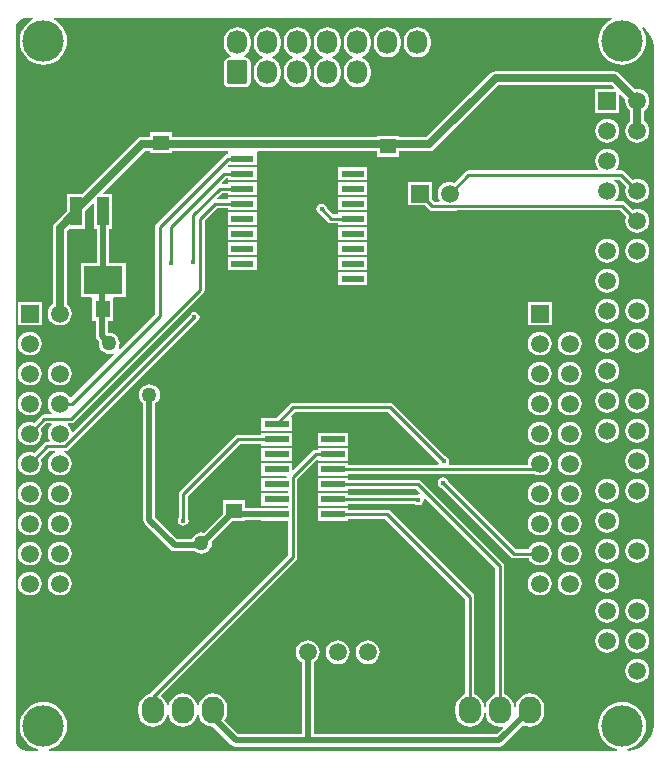
<source format=gtl>
G04*
G04 #@! TF.GenerationSoftware,Altium Limited,Altium Designer,18.1.5 (160)*
G04*
G04 Layer_Physical_Order=1*
G04 Layer_Color=255*
%FSTAX24Y24*%
%MOIN*%
G70*
G01*
G75*
%ADD18C,0.0100*%
%ADD19R,0.0550X0.0500*%
%ADD20R,0.0500X0.0550*%
%ADD21R,0.0394X0.0945*%
%ADD22R,0.1299X0.0945*%
%ADD23R,0.0810X0.0240*%
%ADD24R,0.0780X0.0220*%
%ADD41C,0.0200*%
%ADD42C,0.0250*%
%ADD43O,0.0680X0.0800*%
G04:AMPARAMS|DCode=44|XSize=80mil|YSize=68mil|CornerRadius=8.5mil|HoleSize=0mil|Usage=FLASHONLY|Rotation=90.000|XOffset=0mil|YOffset=0mil|HoleType=Round|Shape=RoundedRectangle|*
%AMROUNDEDRECTD44*
21,1,0.0800,0.0510,0,0,90.0*
21,1,0.0630,0.0680,0,0,90.0*
1,1,0.0170,0.0255,0.0315*
1,1,0.0170,0.0255,-0.0315*
1,1,0.0170,-0.0255,-0.0315*
1,1,0.0170,-0.0255,0.0315*
%
%ADD44ROUNDEDRECTD44*%
%ADD45O,0.0750X0.0900*%
%ADD46R,0.0750X0.0900*%
%ADD47C,0.0591*%
%ADD48R,0.0591X0.0591*%
%ADD49R,0.0591X0.0591*%
%ADD50C,0.1380*%
%ADD51C,0.0500*%
%ADD52C,0.0150*%
G36*
X005091Y044322D02*
X005304D01*
X005316Y044272D01*
X005209Y044215D01*
X005089Y044116D01*
X00499Y043996D01*
X004917Y043858D01*
X004871Y04371D01*
X004856Y043555D01*
X004871Y0434D01*
X004917Y043251D01*
X00499Y043114D01*
X005089Y042993D01*
X005209Y042895D01*
X005346Y042821D01*
X005495Y042776D01*
X00565Y042761D01*
X005805Y042776D01*
X005954Y042821D01*
X006091Y042895D01*
X006211Y042993D01*
X00631Y043114D01*
X006383Y043251D01*
X006429Y0434D01*
X006444Y043555D01*
X006429Y04371D01*
X006383Y043858D01*
X00631Y043996D01*
X006211Y044116D01*
X006091Y044215D01*
X005984Y044272D01*
X005997Y044322D01*
X024595D01*
X024607Y044272D01*
X0245Y044215D01*
X02438Y044116D01*
X024281Y043996D01*
X024208Y043858D01*
X024163Y04371D01*
X024148Y043555D01*
X024163Y0434D01*
X024208Y043251D01*
X024281Y043114D01*
X02438Y042993D01*
X0245Y042895D01*
X024638Y042821D01*
X024786Y042776D01*
X024941Y042761D01*
X025096Y042776D01*
X025245Y042821D01*
X025382Y042895D01*
X025503Y042993D01*
X025601Y043114D01*
X025675Y043251D01*
X02572Y0434D01*
X025735Y043555D01*
X02572Y04371D01*
X025675Y043858D01*
X025606Y043988D01*
X025646Y044018D01*
X025697Y043967D01*
X025697Y043967D01*
X025729Y043931D01*
X025806Y043841D01*
X025893Y043698D01*
X025957Y043544D01*
X025997Y043381D01*
X026009Y043218D01*
X026009Y043215D01*
Y020875D01*
X026009Y020871D01*
X025997Y020708D01*
X025957Y020545D01*
X025893Y020391D01*
X025806Y020248D01*
X0257Y020124D01*
X025697Y020122D01*
X025694Y020118D01*
X025581Y020025D01*
X025449Y019954D01*
X025304Y019911D01*
X025159Y019896D01*
X025155Y019897D01*
X025123D01*
X025116Y019947D01*
X025245Y019987D01*
X025382Y02006D01*
X025503Y020159D01*
X025601Y020279D01*
X025675Y020416D01*
X02572Y020565D01*
X025735Y02072D01*
X02572Y020875D01*
X025675Y021024D01*
X025601Y021161D01*
X025503Y021281D01*
X025382Y02138D01*
X025245Y021453D01*
X025096Y021499D01*
X024941Y021514D01*
X024786Y021499D01*
X024638Y021453D01*
X0245Y02138D01*
X02438Y021281D01*
X024281Y021161D01*
X024208Y021024D01*
X024163Y020875D01*
X024148Y02072D01*
X024163Y020565D01*
X024208Y020416D01*
X024281Y020279D01*
X02438Y020159D01*
X0245Y02006D01*
X024638Y019987D01*
X024767Y019947D01*
X024759Y019897D01*
X019051D01*
X019028Y019893D01*
X012195D01*
X012171Y019897D01*
X005832D01*
X005825Y019947D01*
X005954Y019987D01*
X006091Y02006D01*
X006211Y020159D01*
X00631Y020279D01*
X006383Y020416D01*
X006429Y020565D01*
X006444Y02072D01*
X006429Y020875D01*
X006383Y021024D01*
X00631Y021161D01*
X006211Y021281D01*
X006091Y02138D01*
X005954Y021453D01*
X005805Y021499D01*
X00565Y021514D01*
X005495Y021499D01*
X005346Y021453D01*
X005209Y02138D01*
X005089Y021281D01*
X00499Y021161D01*
X004917Y021024D01*
X004871Y020875D01*
X004856Y02072D01*
X004871Y020565D01*
X004917Y020416D01*
X00499Y020279D01*
X005089Y020159D01*
X005209Y02006D01*
X005346Y019987D01*
X005475Y019947D01*
X005468Y019897D01*
X005091D01*
X005089Y019897D01*
X004999Y019909D01*
X004912Y019945D01*
X004838Y020001D01*
X004781Y020076D01*
X004745Y020162D01*
X004734Y020252D01*
X004734Y020255D01*
Y020733D01*
Y042645D01*
Y043965D01*
X004734Y043967D01*
X004745Y044057D01*
X004781Y044144D01*
X004838Y044218D01*
X004912Y044275D01*
X004999Y044311D01*
X005089Y044322D01*
X005091Y044322D01*
D02*
G37*
%LPC*%
G36*
X01811Y044008D02*
X017995Y043993D01*
X017888Y043949D01*
X017796Y043878D01*
X017726Y043787D01*
X017681Y04368D01*
X017666Y043565D01*
Y043445D01*
X017681Y04333D01*
X017726Y043223D01*
X017796Y043131D01*
X017888Y04306D01*
X017995Y043016D01*
X01811Y043001D01*
X018225Y043016D01*
X018332Y04306D01*
X018424Y043131D01*
X018494Y043223D01*
X018539Y04333D01*
X018554Y043445D01*
Y043565D01*
X018539Y04368D01*
X018494Y043787D01*
X018424Y043878D01*
X018332Y043949D01*
X018225Y043993D01*
X01811Y044008D01*
D02*
G37*
G36*
X01711D02*
X016995Y043993D01*
X016888Y043949D01*
X016796Y043878D01*
X016726Y043787D01*
X016681Y04368D01*
X016666Y043565D01*
Y043445D01*
X016681Y04333D01*
X016726Y043223D01*
X016796Y043131D01*
X016888Y04306D01*
X016995Y043016D01*
X01711Y043001D01*
X017225Y043016D01*
X017332Y04306D01*
X017424Y043131D01*
X017494Y043223D01*
X017539Y04333D01*
X017554Y043445D01*
Y043565D01*
X017539Y04368D01*
X017494Y043787D01*
X017424Y043878D01*
X017332Y043949D01*
X017225Y043993D01*
X01711Y044008D01*
D02*
G37*
G36*
X01211D02*
X011995Y043993D01*
X011888Y043949D01*
X011796Y043878D01*
X011726Y043787D01*
X011681Y04368D01*
X011666Y043565D01*
Y043445D01*
X011681Y04333D01*
X011726Y043223D01*
X011796Y043131D01*
X011888Y04306D01*
X011893Y043058D01*
X011883Y043008D01*
X011855D01*
X011783Y042994D01*
X011722Y042953D01*
X011681Y042892D01*
X011666Y04282D01*
Y04219D01*
X011681Y042117D01*
X011722Y042056D01*
X011783Y042015D01*
X011855Y042001D01*
X012365D01*
X012437Y042015D01*
X012498Y042056D01*
X012539Y042117D01*
X012554Y04219D01*
Y04282D01*
X012539Y042892D01*
X012498Y042953D01*
X012437Y042994D01*
X012365Y043008D01*
X012337D01*
X012327Y043058D01*
X012332Y04306D01*
X012424Y043131D01*
X012494Y043223D01*
X012539Y04333D01*
X012554Y043445D01*
Y043565D01*
X012539Y04368D01*
X012494Y043787D01*
X012424Y043878D01*
X012332Y043949D01*
X012225Y043993D01*
X01211Y044008D01*
D02*
G37*
G36*
X01611D02*
X015995Y043993D01*
X015888Y043949D01*
X015796Y043878D01*
X015726Y043787D01*
X015681Y04368D01*
X015666Y043565D01*
Y043445D01*
X015681Y04333D01*
X015726Y043223D01*
X015796Y043131D01*
X015888Y04306D01*
X015957Y043032D01*
Y042978D01*
X015888Y042949D01*
X015796Y042878D01*
X015726Y042787D01*
X015681Y04268D01*
X015666Y042565D01*
Y042445D01*
X015681Y04233D01*
X015726Y042223D01*
X015796Y042131D01*
X015888Y04206D01*
X015995Y042016D01*
X01611Y042001D01*
X016225Y042016D01*
X016332Y04206D01*
X016424Y042131D01*
X016494Y042223D01*
X016539Y04233D01*
X016554Y042445D01*
Y042565D01*
X016539Y04268D01*
X016494Y042787D01*
X016424Y042878D01*
X016332Y042949D01*
X016263Y042978D01*
Y043032D01*
X016332Y04306D01*
X016424Y043131D01*
X016494Y043223D01*
X016539Y04333D01*
X016554Y043445D01*
Y043565D01*
X016539Y04368D01*
X016494Y043787D01*
X016424Y043878D01*
X016332Y043949D01*
X016225Y043993D01*
X01611Y044008D01*
D02*
G37*
G36*
X01511D02*
X014995Y043993D01*
X014888Y043949D01*
X014796Y043878D01*
X014726Y043787D01*
X014681Y04368D01*
X014666Y043565D01*
Y043445D01*
X014681Y04333D01*
X014726Y043223D01*
X014796Y043131D01*
X014888Y04306D01*
X014957Y043032D01*
Y042978D01*
X014888Y042949D01*
X014796Y042878D01*
X014726Y042787D01*
X014681Y04268D01*
X014666Y042565D01*
Y042445D01*
X014681Y04233D01*
X014726Y042223D01*
X014796Y042131D01*
X014888Y04206D01*
X014995Y042016D01*
X01511Y042001D01*
X015225Y042016D01*
X015332Y04206D01*
X015424Y042131D01*
X015494Y042223D01*
X015539Y04233D01*
X015554Y042445D01*
Y042565D01*
X015539Y04268D01*
X015494Y042787D01*
X015424Y042878D01*
X015332Y042949D01*
X015263Y042978D01*
Y043032D01*
X015332Y04306D01*
X015424Y043131D01*
X015494Y043223D01*
X015539Y04333D01*
X015554Y043445D01*
Y043565D01*
X015539Y04368D01*
X015494Y043787D01*
X015424Y043878D01*
X015332Y043949D01*
X015225Y043993D01*
X01511Y044008D01*
D02*
G37*
G36*
X01411D02*
X013995Y043993D01*
X013888Y043949D01*
X013796Y043878D01*
X013726Y043787D01*
X013681Y04368D01*
X013666Y043565D01*
Y043445D01*
X013681Y04333D01*
X013726Y043223D01*
X013796Y043131D01*
X013888Y04306D01*
X013957Y043032D01*
Y042978D01*
X013888Y042949D01*
X013796Y042878D01*
X013726Y042787D01*
X013681Y04268D01*
X013666Y042565D01*
Y042445D01*
X013681Y04233D01*
X013726Y042223D01*
X013796Y042131D01*
X013888Y04206D01*
X013995Y042016D01*
X01411Y042001D01*
X014225Y042016D01*
X014332Y04206D01*
X014424Y042131D01*
X014494Y042223D01*
X014539Y04233D01*
X014554Y042445D01*
Y042565D01*
X014539Y04268D01*
X014494Y042787D01*
X014424Y042878D01*
X014332Y042949D01*
X014263Y042978D01*
Y043032D01*
X014332Y04306D01*
X014424Y043131D01*
X014494Y043223D01*
X014539Y04333D01*
X014554Y043445D01*
Y043565D01*
X014539Y04368D01*
X014494Y043787D01*
X014424Y043878D01*
X014332Y043949D01*
X014225Y043993D01*
X01411Y044008D01*
D02*
G37*
G36*
X01311D02*
X012995Y043993D01*
X012888Y043949D01*
X012796Y043878D01*
X012726Y043787D01*
X012681Y04368D01*
X012666Y043565D01*
Y043445D01*
X012681Y04333D01*
X012726Y043223D01*
X012796Y043131D01*
X012888Y04306D01*
X012957Y043032D01*
Y042978D01*
X012888Y042949D01*
X012796Y042878D01*
X012726Y042787D01*
X012681Y04268D01*
X012666Y042565D01*
Y042445D01*
X012681Y04233D01*
X012726Y042223D01*
X012796Y042131D01*
X012888Y04206D01*
X012995Y042016D01*
X01311Y042001D01*
X013225Y042016D01*
X013332Y04206D01*
X013424Y042131D01*
X013494Y042223D01*
X013539Y04233D01*
X013554Y042445D01*
Y042565D01*
X013539Y04268D01*
X013494Y042787D01*
X013424Y042878D01*
X013332Y042949D01*
X013263Y042978D01*
Y043032D01*
X013332Y04306D01*
X013424Y043131D01*
X013494Y043223D01*
X013539Y04333D01*
X013554Y043445D01*
Y043565D01*
X013539Y04368D01*
X013494Y043787D01*
X013424Y043878D01*
X013332Y043949D01*
X013225Y043993D01*
X01311Y044008D01*
D02*
G37*
G36*
X024681Y042544D02*
X020721D01*
X020634Y042527D01*
X020559Y042477D01*
X018416Y040334D01*
X017506D01*
Y040395D01*
X016756D01*
Y040334D01*
X016451D01*
Y040335D01*
X015471D01*
Y040334D01*
X012771D01*
Y040335D01*
X012372D01*
X012369Y040337D01*
X012281Y040354D01*
X009946D01*
Y040515D01*
X009196D01*
Y040354D01*
X00894D01*
X008853Y040337D01*
X008778Y040287D01*
X00693Y038439D01*
X006439D01*
Y037894D01*
X006029Y037484D01*
X005979Y03741D01*
X005962Y037322D01*
Y034787D01*
X005909Y034747D01*
X005846Y034664D01*
X005806Y034568D01*
X005793Y034465D01*
X005806Y034361D01*
X005846Y034265D01*
X005909Y034183D01*
X005992Y034119D01*
X006088Y03408D01*
X006191Y034066D01*
X006295Y03408D01*
X006391Y034119D01*
X006473Y034183D01*
X006537Y034265D01*
X006576Y034361D01*
X00659Y034465D01*
X006576Y034568D01*
X006537Y034664D01*
X006473Y034747D01*
X006421Y034787D01*
Y037227D01*
X006488Y037294D01*
X007033D01*
Y037892D01*
X007298Y038158D01*
X007344Y038139D01*
Y037294D01*
X007437D01*
Y036155D01*
X006892D01*
Y03501D01*
X007234D01*
X007271Y03498D01*
Y03423D01*
X007397D01*
Y033715D01*
X007413Y033637D01*
X007457Y03357D01*
X007498Y033529D01*
X007491Y033472D01*
X007503Y033381D01*
X007538Y033296D01*
X007594Y033222D01*
X007667Y033166D01*
X007753Y033131D01*
X007844Y033119D01*
X007935Y033131D01*
X007996Y033156D01*
X008024Y033114D01*
X006582Y031672D01*
X006522Y031683D01*
X006473Y031747D01*
X006391Y03181D01*
X006295Y03185D01*
X006191Y031863D01*
X006088Y03185D01*
X005992Y03181D01*
X005909Y031747D01*
X005846Y031664D01*
X005806Y031568D01*
X005793Y031465D01*
X005806Y031361D01*
X005846Y031265D01*
X005909Y031183D01*
X005942Y031158D01*
X005925Y031108D01*
X005681D01*
X005623Y031096D01*
X005573Y031063D01*
X005341Y030831D01*
X005295Y03085D01*
X005191Y030863D01*
X005088Y03085D01*
X004992Y03081D01*
X004909Y030747D01*
X004846Y030664D01*
X004806Y030568D01*
X004793Y030465D01*
X004806Y030361D01*
X004846Y030265D01*
X004909Y030183D01*
X004992Y030119D01*
X005088Y03008D01*
X005191Y030066D01*
X005295Y03008D01*
X005391Y030119D01*
X005473Y030183D01*
X005537Y030265D01*
X005576Y030361D01*
X00559Y030465D01*
X005576Y030568D01*
X005557Y030614D01*
X005745Y030802D01*
X005904D01*
X00592Y030754D01*
X005909Y030747D01*
X005846Y030664D01*
X005806Y030568D01*
X005793Y030465D01*
X005806Y030361D01*
X005846Y030265D01*
X005868Y030237D01*
X005846Y030192D01*
X005766D01*
X005708Y030181D01*
X005658Y030148D01*
X005341Y029831D01*
X005295Y02985D01*
X005191Y029863D01*
X005088Y02985D01*
X004992Y02981D01*
X004909Y029747D01*
X004846Y029664D01*
X004806Y029568D01*
X004793Y029465D01*
X004806Y029361D01*
X004846Y029265D01*
X004909Y029183D01*
X004992Y029119D01*
X005088Y02908D01*
X005191Y029066D01*
X005295Y02908D01*
X005391Y029119D01*
X005473Y029183D01*
X005537Y029265D01*
X005576Y029361D01*
X00559Y029465D01*
X005576Y029568D01*
X005557Y029614D01*
X005829Y029886D01*
X006046D01*
X006056Y029836D01*
X005992Y02981D01*
X005909Y029747D01*
X005846Y029664D01*
X005806Y029568D01*
X005793Y029465D01*
X005806Y029361D01*
X005846Y029265D01*
X005909Y029183D01*
X005992Y029119D01*
X006088Y02908D01*
X006191Y029066D01*
X006295Y02908D01*
X006391Y029119D01*
X006473Y029183D01*
X006537Y029265D01*
X006576Y029361D01*
X00659Y029465D01*
X006576Y029568D01*
X006537Y029664D01*
X006473Y029747D01*
X006391Y02981D01*
X006327Y029836D01*
X006337Y029886D01*
X006367D01*
X006426Y029898D01*
X006476Y029931D01*
X010705Y034161D01*
X01075Y03417D01*
X010808Y034208D01*
X010846Y034266D01*
X01086Y034335D01*
X010846Y034403D01*
X010808Y034461D01*
X01075Y034499D01*
X010681Y034513D01*
X010613Y034499D01*
X010555Y034461D01*
X01052Y034408D01*
X006628Y030517D01*
X006581Y030533D01*
X006576Y030568D01*
X006537Y030664D01*
X006473Y030747D01*
X006463Y030754D01*
X006479Y030802D01*
X006571D01*
X00663Y030813D01*
X006679Y030847D01*
X010979Y035147D01*
X011013Y035196D01*
X011024Y035255D01*
Y037551D01*
X011445Y037972D01*
X011791D01*
Y037915D01*
X012771D01*
Y038335D01*
X011791D01*
Y038278D01*
X011466D01*
X011447Y038324D01*
X011595Y038472D01*
X011791D01*
Y038415D01*
X012771D01*
Y038835D01*
X011791D01*
Y038778D01*
X011606D01*
X011587Y038824D01*
X011735Y038972D01*
X011791D01*
Y038915D01*
X012771D01*
Y039335D01*
X011838D01*
X011808Y039335D01*
X011787Y039377D01*
X011818Y039415D01*
X012771D01*
Y039825D01*
X012771Y039835D01*
X012794Y039875D01*
X016756D01*
Y039695D01*
X017506D01*
Y039875D01*
X018511D01*
X018599Y039893D01*
X018674Y039942D01*
X020816Y042085D01*
X024586D01*
X024675Y041996D01*
X024656Y04195D01*
X024046D01*
Y041159D01*
X024837D01*
Y04177D01*
X024883Y041789D01*
X025051Y04162D01*
X025043Y041555D01*
X025056Y041451D01*
X025096Y041355D01*
X025159Y041273D01*
X025212Y041232D01*
Y040877D01*
X025159Y040837D01*
X025096Y040754D01*
X025056Y040658D01*
X025043Y040555D01*
X025056Y040451D01*
X025096Y040355D01*
X025159Y040273D01*
X025242Y040209D01*
X025338Y04017D01*
X025441Y040156D01*
X025545Y04017D01*
X025641Y040209D01*
X025723Y040273D01*
X025787Y040355D01*
X025826Y040451D01*
X02584Y040555D01*
X025826Y040658D01*
X025787Y040754D01*
X025723Y040837D01*
X025671Y040877D01*
Y041232D01*
X025723Y041273D01*
X025787Y041355D01*
X025826Y041451D01*
X02584Y041555D01*
X025826Y041658D01*
X025787Y041754D01*
X025723Y041837D01*
X025641Y0419D01*
X025545Y04194D01*
X025441Y041953D01*
X025376Y041945D01*
X024844Y042477D01*
X024769Y042527D01*
X024681Y042544D01*
D02*
G37*
G36*
X024441Y040953D02*
X024338Y04094D01*
X024242Y0409D01*
X024159Y040837D01*
X024096Y040754D01*
X024056Y040658D01*
X024043Y040555D01*
X024056Y040451D01*
X024096Y040355D01*
X024159Y040273D01*
X024242Y040209D01*
X024338Y04017D01*
X024441Y040156D01*
X024545Y04017D01*
X024641Y040209D01*
X024723Y040273D01*
X024787Y040355D01*
X024826Y040451D01*
X02484Y040555D01*
X024826Y040658D01*
X024787Y040754D01*
X024723Y040837D01*
X024641Y0409D01*
X024545Y04094D01*
X024441Y040953D01*
D02*
G37*
G36*
X016451Y039335D02*
X015471D01*
Y038915D01*
X016451D01*
Y039335D01*
D02*
G37*
G36*
Y038835D02*
X015471D01*
Y038415D01*
X016451D01*
Y038835D01*
D02*
G37*
G36*
X024441Y039953D02*
X024338Y03994D01*
X024242Y0399D01*
X024159Y039837D01*
X024096Y039754D01*
X024056Y039658D01*
X024043Y039555D01*
X024056Y039451D01*
X024096Y039355D01*
X024148Y039288D01*
X024128Y039238D01*
X019811D01*
X019753Y039226D01*
X019703Y039193D01*
X019341Y038831D01*
X019295Y03885D01*
X019191Y038863D01*
X019088Y03885D01*
X018992Y03881D01*
X018909Y038747D01*
X018846Y038664D01*
X018806Y038568D01*
X018793Y038465D01*
X018806Y038361D01*
X018846Y038265D01*
X018868Y038237D01*
X018846Y038192D01*
X01868D01*
X018587Y038286D01*
Y03886D01*
X017796D01*
Y038069D01*
X01837D01*
X018508Y037931D01*
X018558Y037898D01*
X018617Y037886D01*
X019367D01*
X019426Y037898D01*
X019446Y037912D01*
X024868D01*
X025075Y037704D01*
X025056Y037658D01*
X025043Y037555D01*
X025056Y037451D01*
X025096Y037355D01*
X025159Y037273D01*
X025242Y037209D01*
X025338Y03717D01*
X025441Y037156D01*
X025545Y03717D01*
X025641Y037209D01*
X025723Y037273D01*
X025787Y037355D01*
X025826Y037451D01*
X02584Y037555D01*
X025826Y037658D01*
X025787Y037754D01*
X025723Y037837D01*
X025641Y0379D01*
X025545Y03794D01*
X025441Y037953D01*
X025338Y03794D01*
X025292Y037921D01*
X025039Y038173D01*
X02499Y038206D01*
X024931Y038218D01*
X024729D01*
X024713Y038265D01*
X024723Y038273D01*
X024787Y038355D01*
X024826Y038451D01*
X02484Y038555D01*
X024826Y038658D01*
X024787Y038754D01*
X024723Y038837D01*
X024664Y038882D01*
X024681Y038932D01*
X024848D01*
X025075Y038704D01*
X025056Y038658D01*
X025043Y038555D01*
X025056Y038451D01*
X025096Y038355D01*
X025159Y038273D01*
X025242Y038209D01*
X025338Y03817D01*
X025441Y038156D01*
X025545Y03817D01*
X025641Y038209D01*
X025723Y038273D01*
X025787Y038355D01*
X025826Y038451D01*
X02584Y038555D01*
X025826Y038658D01*
X025787Y038754D01*
X025723Y038837D01*
X025641Y0389D01*
X025545Y03894D01*
X025441Y038953D01*
X025338Y03894D01*
X025292Y038921D01*
X025019Y039193D01*
X02497Y039226D01*
X024911Y039238D01*
X024755D01*
X024735Y039288D01*
X024787Y039355D01*
X024826Y039451D01*
X02484Y039555D01*
X024826Y039658D01*
X024787Y039754D01*
X024723Y039837D01*
X024641Y0399D01*
X024545Y03994D01*
X024441Y039953D01*
D02*
G37*
G36*
X016451Y038335D02*
X015471D01*
Y037915D01*
X016451D01*
Y038335D01*
D02*
G37*
G36*
X014921Y038123D02*
X014853Y038109D01*
X014795Y038071D01*
X014756Y038013D01*
X014743Y037945D01*
X014756Y037876D01*
X014795Y037818D01*
X014853Y03778D01*
X014874Y037776D01*
X015133Y037517D01*
X015183Y037483D01*
X015241Y037472D01*
X015471D01*
Y037415D01*
X016451D01*
Y037835D01*
X015471D01*
Y037778D01*
X015305D01*
X01509Y037992D01*
X015086Y038013D01*
X015048Y038071D01*
X01499Y038109D01*
X014921Y038123D01*
D02*
G37*
G36*
X012771Y037835D02*
X011791D01*
Y037415D01*
X012771D01*
Y037835D01*
D02*
G37*
G36*
X016451Y037335D02*
X015471D01*
Y036915D01*
X016451D01*
Y037335D01*
D02*
G37*
G36*
X012771D02*
X011791D01*
Y036915D01*
X012771D01*
Y037335D01*
D02*
G37*
G36*
X016451Y036835D02*
X015471D01*
Y036415D01*
X016451D01*
Y036835D01*
D02*
G37*
G36*
X012771D02*
X011791D01*
Y036415D01*
X012771D01*
Y036835D01*
D02*
G37*
G36*
X025441Y036953D02*
X025338Y03694D01*
X025242Y0369D01*
X025159Y036837D01*
X025096Y036754D01*
X025056Y036658D01*
X025043Y036555D01*
X025056Y036451D01*
X025096Y036355D01*
X025159Y036273D01*
X025242Y036209D01*
X025338Y03617D01*
X025441Y036156D01*
X025545Y03617D01*
X025641Y036209D01*
X025723Y036273D01*
X025787Y036355D01*
X025826Y036451D01*
X02584Y036555D01*
X025826Y036658D01*
X025787Y036754D01*
X025723Y036837D01*
X025641Y0369D01*
X025545Y03694D01*
X025441Y036953D01*
D02*
G37*
G36*
X024441D02*
X024338Y03694D01*
X024242Y0369D01*
X024159Y036837D01*
X024096Y036754D01*
X024056Y036658D01*
X024043Y036555D01*
X024056Y036451D01*
X024096Y036355D01*
X024159Y036273D01*
X024242Y036209D01*
X024338Y03617D01*
X024441Y036156D01*
X024545Y03617D01*
X024641Y036209D01*
X024723Y036273D01*
X024787Y036355D01*
X024826Y036451D01*
X02484Y036555D01*
X024826Y036658D01*
X024787Y036754D01*
X024723Y036837D01*
X024641Y0369D01*
X024545Y03694D01*
X024441Y036953D01*
D02*
G37*
G36*
X016451Y036335D02*
X015471D01*
Y035915D01*
X016451D01*
Y036335D01*
D02*
G37*
G36*
X012771D02*
X011791D01*
Y035915D01*
X012771D01*
Y036335D01*
D02*
G37*
G36*
X016451Y035835D02*
X015471D01*
Y035415D01*
X016451D01*
Y035835D01*
D02*
G37*
G36*
X024441Y035953D02*
X024338Y03594D01*
X024242Y0359D01*
X024159Y035837D01*
X024096Y035754D01*
X024056Y035658D01*
X024043Y035555D01*
X024056Y035451D01*
X024096Y035355D01*
X024159Y035273D01*
X024242Y035209D01*
X024338Y03517D01*
X024441Y035156D01*
X024545Y03517D01*
X024641Y035209D01*
X024723Y035273D01*
X024787Y035355D01*
X024826Y035451D01*
X02484Y035555D01*
X024826Y035658D01*
X024787Y035754D01*
X024723Y035837D01*
X024641Y0359D01*
X024545Y03594D01*
X024441Y035953D01*
D02*
G37*
G36*
X025441Y034953D02*
X025338Y03494D01*
X025242Y0349D01*
X025159Y034837D01*
X025096Y034754D01*
X025056Y034658D01*
X025043Y034555D01*
X025056Y034451D01*
X025096Y034355D01*
X025159Y034273D01*
X025242Y034209D01*
X025338Y03417D01*
X025441Y034156D01*
X025545Y03417D01*
X025641Y034209D01*
X025723Y034273D01*
X025787Y034355D01*
X025826Y034451D01*
X02584Y034555D01*
X025826Y034658D01*
X025787Y034754D01*
X025723Y034837D01*
X025641Y0349D01*
X025545Y03494D01*
X025441Y034953D01*
D02*
G37*
G36*
X024441D02*
X024338Y03494D01*
X024242Y0349D01*
X024159Y034837D01*
X024096Y034754D01*
X024056Y034658D01*
X024043Y034555D01*
X024056Y034451D01*
X024096Y034355D01*
X024159Y034273D01*
X024242Y034209D01*
X024338Y03417D01*
X024441Y034156D01*
X024545Y03417D01*
X024641Y034209D01*
X024723Y034273D01*
X024787Y034355D01*
X024826Y034451D01*
X02484Y034555D01*
X024826Y034658D01*
X024787Y034754D01*
X024723Y034837D01*
X024641Y0349D01*
X024545Y03494D01*
X024441Y034953D01*
D02*
G37*
G36*
X022587Y03486D02*
X021796D01*
Y034069D01*
X022587D01*
Y03486D01*
D02*
G37*
G36*
X005587D02*
X004796D01*
Y034069D01*
X005587D01*
Y03486D01*
D02*
G37*
G36*
X025441Y033953D02*
X025338Y03394D01*
X025242Y0339D01*
X025159Y033837D01*
X025096Y033754D01*
X025056Y033658D01*
X025043Y033555D01*
X025056Y033451D01*
X025096Y033355D01*
X025159Y033273D01*
X025242Y033209D01*
X025338Y03317D01*
X025441Y033156D01*
X025545Y03317D01*
X025641Y033209D01*
X025723Y033273D01*
X025787Y033355D01*
X025826Y033451D01*
X02584Y033555D01*
X025826Y033658D01*
X025787Y033754D01*
X025723Y033837D01*
X025641Y0339D01*
X025545Y03394D01*
X025441Y033953D01*
D02*
G37*
G36*
X024441D02*
X024338Y03394D01*
X024242Y0339D01*
X024159Y033837D01*
X024096Y033754D01*
X024056Y033658D01*
X024043Y033555D01*
X024056Y033451D01*
X024096Y033355D01*
X024159Y033273D01*
X024242Y033209D01*
X024338Y03317D01*
X024441Y033156D01*
X024545Y03317D01*
X024641Y033209D01*
X024723Y033273D01*
X024787Y033355D01*
X024826Y033451D01*
X02484Y033555D01*
X024826Y033658D01*
X024787Y033754D01*
X024723Y033837D01*
X024641Y0339D01*
X024545Y03394D01*
X024441Y033953D01*
D02*
G37*
G36*
X023191Y033863D02*
X023088Y03385D01*
X022992Y03381D01*
X022909Y033747D01*
X022846Y033664D01*
X022806Y033568D01*
X022793Y033465D01*
X022806Y033361D01*
X022846Y033265D01*
X022909Y033183D01*
X022992Y033119D01*
X023088Y03308D01*
X023191Y033066D01*
X023295Y03308D01*
X023391Y033119D01*
X023473Y033183D01*
X023537Y033265D01*
X023576Y033361D01*
X02359Y033465D01*
X023576Y033568D01*
X023537Y033664D01*
X023473Y033747D01*
X023391Y03381D01*
X023295Y03385D01*
X023191Y033863D01*
D02*
G37*
G36*
X022191D02*
X022088Y03385D01*
X021992Y03381D01*
X021909Y033747D01*
X021846Y033664D01*
X021806Y033568D01*
X021793Y033465D01*
X021806Y033361D01*
X021846Y033265D01*
X021909Y033183D01*
X021992Y033119D01*
X022088Y03308D01*
X022191Y033066D01*
X022295Y03308D01*
X022391Y033119D01*
X022473Y033183D01*
X022537Y033265D01*
X022576Y033361D01*
X02259Y033465D01*
X022576Y033568D01*
X022537Y033664D01*
X022473Y033747D01*
X022391Y03381D01*
X022295Y03385D01*
X022191Y033863D01*
D02*
G37*
G36*
X005191D02*
X005088Y03385D01*
X004992Y03381D01*
X004909Y033747D01*
X004846Y033664D01*
X004806Y033568D01*
X004793Y033465D01*
X004806Y033361D01*
X004846Y033265D01*
X004909Y033183D01*
X004992Y033119D01*
X005088Y03308D01*
X005191Y033066D01*
X005295Y03308D01*
X005391Y033119D01*
X005473Y033183D01*
X005537Y033265D01*
X005576Y033361D01*
X00559Y033465D01*
X005576Y033568D01*
X005537Y033664D01*
X005473Y033747D01*
X005391Y03381D01*
X005295Y03385D01*
X005191Y033863D01*
D02*
G37*
G36*
X024441Y032953D02*
X024338Y03294D01*
X024242Y0329D01*
X024159Y032837D01*
X024096Y032754D01*
X024056Y032658D01*
X024043Y032555D01*
X024056Y032451D01*
X024096Y032355D01*
X024159Y032273D01*
X024242Y032209D01*
X024338Y03217D01*
X024441Y032156D01*
X024545Y03217D01*
X024641Y032209D01*
X024723Y032273D01*
X024787Y032355D01*
X024826Y032451D01*
X02484Y032555D01*
X024826Y032658D01*
X024787Y032754D01*
X024723Y032837D01*
X024641Y0329D01*
X024545Y03294D01*
X024441Y032953D01*
D02*
G37*
G36*
X023191Y032863D02*
X023088Y03285D01*
X022992Y03281D01*
X022909Y032747D01*
X022846Y032664D01*
X022806Y032568D01*
X022793Y032465D01*
X022806Y032361D01*
X022846Y032265D01*
X022909Y032183D01*
X022992Y032119D01*
X023088Y03208D01*
X023191Y032066D01*
X023295Y03208D01*
X023391Y032119D01*
X023473Y032183D01*
X023537Y032265D01*
X023576Y032361D01*
X02359Y032465D01*
X023576Y032568D01*
X023537Y032664D01*
X023473Y032747D01*
X023391Y03281D01*
X023295Y03285D01*
X023191Y032863D01*
D02*
G37*
G36*
X022191D02*
X022088Y03285D01*
X021992Y03281D01*
X021909Y032747D01*
X021846Y032664D01*
X021806Y032568D01*
X021793Y032465D01*
X021806Y032361D01*
X021846Y032265D01*
X021909Y032183D01*
X021992Y032119D01*
X022088Y03208D01*
X022191Y032066D01*
X022295Y03208D01*
X022391Y032119D01*
X022473Y032183D01*
X022537Y032265D01*
X022576Y032361D01*
X02259Y032465D01*
X022576Y032568D01*
X022537Y032664D01*
X022473Y032747D01*
X022391Y03281D01*
X022295Y03285D01*
X022191Y032863D01*
D02*
G37*
G36*
X006191D02*
X006088Y03285D01*
X005992Y03281D01*
X005909Y032747D01*
X005846Y032664D01*
X005806Y032568D01*
X005793Y032465D01*
X005806Y032361D01*
X005846Y032265D01*
X005909Y032183D01*
X005992Y032119D01*
X006088Y03208D01*
X006191Y032066D01*
X006295Y03208D01*
X006391Y032119D01*
X006473Y032183D01*
X006537Y032265D01*
X006576Y032361D01*
X00659Y032465D01*
X006576Y032568D01*
X006537Y032664D01*
X006473Y032747D01*
X006391Y03281D01*
X006295Y03285D01*
X006191Y032863D01*
D02*
G37*
G36*
X005191D02*
X005088Y03285D01*
X004992Y03281D01*
X004909Y032747D01*
X004846Y032664D01*
X004806Y032568D01*
X004793Y032465D01*
X004806Y032361D01*
X004846Y032265D01*
X004909Y032183D01*
X004992Y032119D01*
X005088Y03208D01*
X005191Y032066D01*
X005295Y03208D01*
X005391Y032119D01*
X005473Y032183D01*
X005537Y032265D01*
X005576Y032361D01*
X00559Y032465D01*
X005576Y032568D01*
X005537Y032664D01*
X005473Y032747D01*
X005391Y03281D01*
X005295Y03285D01*
X005191Y032863D01*
D02*
G37*
G36*
X025441Y031953D02*
X025338Y03194D01*
X025242Y0319D01*
X025159Y031837D01*
X025096Y031754D01*
X025056Y031658D01*
X025043Y031555D01*
X025056Y031451D01*
X025096Y031355D01*
X025159Y031273D01*
X025242Y031209D01*
X025338Y03117D01*
X025441Y031156D01*
X025545Y03117D01*
X025641Y031209D01*
X025723Y031273D01*
X025787Y031355D01*
X025826Y031451D01*
X02584Y031555D01*
X025826Y031658D01*
X025787Y031754D01*
X025723Y031837D01*
X025641Y0319D01*
X025545Y03194D01*
X025441Y031953D01*
D02*
G37*
G36*
X024441D02*
X024338Y03194D01*
X024242Y0319D01*
X024159Y031837D01*
X024096Y031754D01*
X024056Y031658D01*
X024043Y031555D01*
X024056Y031451D01*
X024096Y031355D01*
X024159Y031273D01*
X024242Y031209D01*
X024338Y03117D01*
X024441Y031156D01*
X024545Y03117D01*
X024641Y031209D01*
X024723Y031273D01*
X024787Y031355D01*
X024826Y031451D01*
X02484Y031555D01*
X024826Y031658D01*
X024787Y031754D01*
X024723Y031837D01*
X024641Y0319D01*
X024545Y03194D01*
X024441Y031953D01*
D02*
G37*
G36*
X023191Y031863D02*
X023088Y03185D01*
X022992Y03181D01*
X022909Y031747D01*
X022846Y031664D01*
X022806Y031568D01*
X022793Y031465D01*
X022806Y031361D01*
X022846Y031265D01*
X022909Y031183D01*
X022992Y031119D01*
X023088Y03108D01*
X023191Y031066D01*
X023295Y03108D01*
X023391Y031119D01*
X023473Y031183D01*
X023537Y031265D01*
X023576Y031361D01*
X02359Y031465D01*
X023576Y031568D01*
X023537Y031664D01*
X023473Y031747D01*
X023391Y03181D01*
X023295Y03185D01*
X023191Y031863D01*
D02*
G37*
G36*
X022191D02*
X022088Y03185D01*
X021992Y03181D01*
X021909Y031747D01*
X021846Y031664D01*
X021806Y031568D01*
X021793Y031465D01*
X021806Y031361D01*
X021846Y031265D01*
X021909Y031183D01*
X021992Y031119D01*
X022088Y03108D01*
X022191Y031066D01*
X022295Y03108D01*
X022391Y031119D01*
X022473Y031183D01*
X022537Y031265D01*
X022576Y031361D01*
X02259Y031465D01*
X022576Y031568D01*
X022537Y031664D01*
X022473Y031747D01*
X022391Y03181D01*
X022295Y03185D01*
X022191Y031863D01*
D02*
G37*
G36*
X005191D02*
X005088Y03185D01*
X004992Y03181D01*
X004909Y031747D01*
X004846Y031664D01*
X004806Y031568D01*
X004793Y031465D01*
X004806Y031361D01*
X004846Y031265D01*
X004909Y031183D01*
X004992Y031119D01*
X005088Y03108D01*
X005191Y031066D01*
X005295Y03108D01*
X005391Y031119D01*
X005473Y031183D01*
X005537Y031265D01*
X005576Y031361D01*
X00559Y031465D01*
X005576Y031568D01*
X005537Y031664D01*
X005473Y031747D01*
X005391Y03181D01*
X005295Y03185D01*
X005191Y031863D01*
D02*
G37*
G36*
X025441Y030953D02*
X025338Y03094D01*
X025242Y0309D01*
X025159Y030837D01*
X025096Y030754D01*
X025056Y030658D01*
X025043Y030555D01*
X025056Y030451D01*
X025096Y030355D01*
X025159Y030273D01*
X025242Y030209D01*
X025338Y03017D01*
X025441Y030156D01*
X025545Y03017D01*
X025641Y030209D01*
X025723Y030273D01*
X025787Y030355D01*
X025826Y030451D01*
X02584Y030555D01*
X025826Y030658D01*
X025787Y030754D01*
X025723Y030837D01*
X025641Y0309D01*
X025545Y03094D01*
X025441Y030953D01*
D02*
G37*
G36*
X024441D02*
X024338Y03094D01*
X024242Y0309D01*
X024159Y030837D01*
X024096Y030754D01*
X024056Y030658D01*
X024043Y030555D01*
X024056Y030451D01*
X024096Y030355D01*
X024159Y030273D01*
X024242Y030209D01*
X024338Y03017D01*
X024441Y030156D01*
X024545Y03017D01*
X024641Y030209D01*
X024723Y030273D01*
X024787Y030355D01*
X024826Y030451D01*
X02484Y030555D01*
X024826Y030658D01*
X024787Y030754D01*
X024723Y030837D01*
X024641Y0309D01*
X024545Y03094D01*
X024441Y030953D01*
D02*
G37*
G36*
X023191Y030863D02*
X023088Y03085D01*
X022992Y03081D01*
X022909Y030747D01*
X022846Y030664D01*
X022806Y030568D01*
X022793Y030465D01*
X022806Y030361D01*
X022846Y030265D01*
X022909Y030183D01*
X022992Y030119D01*
X023088Y03008D01*
X023191Y030066D01*
X023295Y03008D01*
X023391Y030119D01*
X023473Y030183D01*
X023537Y030265D01*
X023576Y030361D01*
X02359Y030465D01*
X023576Y030568D01*
X023537Y030664D01*
X023473Y030747D01*
X023391Y03081D01*
X023295Y03085D01*
X023191Y030863D01*
D02*
G37*
G36*
X022191D02*
X022088Y03085D01*
X021992Y03081D01*
X021909Y030747D01*
X021846Y030664D01*
X021806Y030568D01*
X021793Y030465D01*
X021806Y030361D01*
X021846Y030265D01*
X021909Y030183D01*
X021992Y030119D01*
X022088Y03008D01*
X022191Y030066D01*
X022295Y03008D01*
X022391Y030119D01*
X022473Y030183D01*
X022537Y030265D01*
X022576Y030361D01*
X02259Y030465D01*
X022576Y030568D01*
X022537Y030664D01*
X022473Y030747D01*
X022391Y03081D01*
X022295Y03085D01*
X022191Y030863D01*
D02*
G37*
G36*
X015816Y030495D02*
X014806D01*
Y030055D01*
X015816D01*
Y030495D01*
D02*
G37*
G36*
X013926D02*
X012916D01*
Y030428D01*
X012131D01*
X012073Y030416D01*
X012023Y030383D01*
X010203Y028563D01*
X01017Y028513D01*
X010158Y028455D01*
Y027651D01*
X010146Y027633D01*
X010133Y027565D01*
X010146Y027496D01*
X010185Y027438D01*
X010243Y0274D01*
X010311Y027386D01*
X01038Y0274D01*
X010438Y027438D01*
X010476Y027496D01*
X01049Y027565D01*
X010476Y027633D01*
X010464Y027651D01*
Y028391D01*
X012195Y030122D01*
X012916D01*
Y030055D01*
X013926D01*
Y030495D01*
D02*
G37*
G36*
X009181Y032108D02*
X00909Y032096D01*
X009005Y03206D01*
X008932Y032004D01*
X008876Y031931D01*
X00884Y031846D01*
X008828Y031755D01*
X00884Y031663D01*
X008876Y031578D01*
X008932Y031505D01*
X008977Y03147D01*
Y027585D01*
X008993Y027507D01*
X009037Y02744D01*
X009877Y0266D01*
X009943Y026556D01*
X010021Y026541D01*
X010693D01*
X010735Y026509D01*
X01082Y026474D01*
X010911Y026462D01*
X011003Y026474D01*
X011088Y026509D01*
X011161Y026565D01*
X011217Y026638D01*
X011252Y026723D01*
X011264Y026815D01*
X011259Y026854D01*
X01194Y027535D01*
X012376D01*
Y027571D01*
X012916D01*
Y027555D01*
X013803D01*
Y026409D01*
X009183Y021789D01*
X00918Y021784D01*
X009167Y021782D01*
X009052Y021735D01*
X008953Y021658D01*
X008876Y021559D01*
X008829Y021444D01*
X008812Y02132D01*
Y02117D01*
X008829Y021046D01*
X008876Y02093D01*
X008953Y020831D01*
X009052Y020755D01*
X009167Y020707D01*
X009291Y020691D01*
X009415Y020707D01*
X009531Y020755D01*
X00963Y020831D01*
X009706Y02093D01*
X009754Y021046D01*
X009766Y021137D01*
X009817D01*
X009829Y021046D01*
X009876Y02093D01*
X009953Y020831D01*
X010052Y020755D01*
X010167Y020707D01*
X010291Y020691D01*
X010415Y020707D01*
X010531Y020755D01*
X01063Y020831D01*
X010706Y02093D01*
X010754Y021046D01*
X010766Y021137D01*
X010817D01*
X010829Y021046D01*
X010876Y02093D01*
X010953Y020831D01*
X011052Y020755D01*
X011167Y020707D01*
X011291Y020691D01*
X011314Y020694D01*
X011917Y02009D01*
X011917Y02009D01*
X011983Y020046D01*
X012061Y020031D01*
X020851D01*
X020929Y020046D01*
X020996Y02009D01*
X021649Y020744D01*
X021737Y020707D01*
X021861Y020691D01*
X021985Y020707D01*
X022101Y020755D01*
X0222Y020831D01*
X022276Y02093D01*
X022324Y021046D01*
X02234Y02117D01*
Y02132D01*
X022324Y021444D01*
X022276Y021559D01*
X0222Y021658D01*
X022101Y021735D01*
X021985Y021782D01*
X021861Y021799D01*
X021737Y021782D01*
X021622Y021735D01*
X021523Y021658D01*
X021446Y021559D01*
X021399Y021444D01*
X021387Y021352D01*
X021336D01*
X021324Y021444D01*
X021276Y021559D01*
X0212Y021658D01*
X021101Y021735D01*
X021014Y02177D01*
Y026035D01*
X021003Y026093D01*
X020969Y026143D01*
X018229Y028883D01*
X01818Y028916D01*
X018121Y028928D01*
X015816D01*
Y028995D01*
X014806D01*
Y028555D01*
X015816D01*
Y028622D01*
X018058D01*
X018207Y028473D01*
X018182Y028427D01*
X018151Y028433D01*
X018124Y028428D01*
X015816D01*
Y028495D01*
X014806D01*
Y028055D01*
X015816D01*
Y028122D01*
X018035D01*
X018083Y02809D01*
X018151Y028076D01*
X01822Y02809D01*
X018278Y028128D01*
X018316Y028186D01*
X01833Y028255D01*
X018324Y028285D01*
X01837Y02831D01*
X020708Y025971D01*
Y02177D01*
X020622Y021735D01*
X020523Y021658D01*
X020446Y021559D01*
X020399Y021444D01*
X020387Y021352D01*
X020336D01*
X020324Y021444D01*
X020276Y021559D01*
X0202Y021658D01*
X020101Y021735D01*
X020014Y02177D01*
Y025025D01*
X020003Y025083D01*
X019969Y025133D01*
X017219Y027883D01*
X01717Y027916D01*
X017111Y027928D01*
X015816D01*
Y027995D01*
X014806D01*
Y027555D01*
X015816D01*
Y027622D01*
X017048D01*
X019708Y024961D01*
Y02177D01*
X019622Y021735D01*
X019523Y021658D01*
X019446Y021559D01*
X019399Y021444D01*
X019382Y02132D01*
Y02117D01*
X019399Y021046D01*
X019446Y02093D01*
X019523Y020831D01*
X019622Y020755D01*
X019737Y020707D01*
X019861Y020691D01*
X019985Y020707D01*
X020101Y020755D01*
X0202Y020831D01*
X020276Y02093D01*
X020324Y021046D01*
X020336Y021137D01*
X020387D01*
X020399Y021046D01*
X020446Y02093D01*
X020523Y020831D01*
X020622Y020755D01*
X020737Y020707D01*
X020861Y020691D01*
X020961Y020704D01*
X020985Y020656D01*
X020767Y020439D01*
X014665D01*
Y022833D01*
X014743Y022893D01*
X014807Y022975D01*
X014846Y023071D01*
X01486Y023175D01*
X014846Y023278D01*
X014807Y023374D01*
X014743Y023457D01*
X014661Y02352D01*
X014565Y02356D01*
X014461Y023573D01*
X014358Y02356D01*
X014262Y02352D01*
X014179Y023457D01*
X014116Y023374D01*
X014076Y023278D01*
X014063Y023175D01*
X014076Y023071D01*
X014116Y022975D01*
X014179Y022893D01*
X014257Y022833D01*
Y020439D01*
X012146D01*
X011684Y020901D01*
X011706Y02093D01*
X011754Y021046D01*
X01177Y02117D01*
Y02132D01*
X011754Y021444D01*
X011706Y021559D01*
X01163Y021658D01*
X011531Y021735D01*
X011415Y021782D01*
X011291Y021799D01*
X011167Y021782D01*
X011052Y021735D01*
X010953Y021658D01*
X010876Y021559D01*
X010829Y021444D01*
X010817Y021352D01*
X010766D01*
X010754Y021444D01*
X010706Y021559D01*
X01063Y021658D01*
X010531Y021735D01*
X010415Y021782D01*
X010291Y021799D01*
X010167Y021782D01*
X010052Y021735D01*
X009953Y021658D01*
X009876Y021559D01*
X009829Y021444D01*
X009817Y021352D01*
X009766D01*
X009754Y021444D01*
X009706Y021559D01*
X00963Y021658D01*
X009578Y021698D01*
X009575Y021748D01*
X014064Y026238D01*
X014098Y026287D01*
X014109Y026346D01*
Y028946D01*
X014756Y029593D01*
X014806Y029573D01*
Y029555D01*
X015816D01*
Y029995D01*
X014806D01*
Y029928D01*
X014721D01*
X014663Y029916D01*
X014613Y029883D01*
X013973Y029242D01*
X013926Y029261D01*
Y029495D01*
X012916D01*
Y029055D01*
X013731D01*
X013762Y029005D01*
X013757Y028995D01*
X012916D01*
Y028555D01*
X013803D01*
Y028495D01*
X012916D01*
Y028055D01*
X013803D01*
Y027995D01*
X012916D01*
Y027979D01*
X012376D01*
Y028235D01*
X011626D01*
Y027798D01*
X010986Y027158D01*
X010911Y027168D01*
X01082Y027156D01*
X010735Y02712D01*
X010662Y027064D01*
X010606Y026991D01*
X010588Y026949D01*
X010106D01*
X009385Y027669D01*
Y03147D01*
X009431Y031505D01*
X009487Y031578D01*
X009522Y031663D01*
X009534Y031755D01*
X009522Y031846D01*
X009487Y031931D01*
X009431Y032004D01*
X009358Y03206D01*
X009273Y032096D01*
X009181Y032108D01*
D02*
G37*
G36*
X013926Y029995D02*
X012916D01*
Y029555D01*
X013926D01*
Y029995D01*
D02*
G37*
G36*
X017201Y031488D02*
X013981D01*
X013923Y031476D01*
X013873Y031443D01*
X013425Y030995D01*
X012916D01*
Y030555D01*
X013926D01*
Y030995D01*
X013923D01*
X013904Y031041D01*
X014045Y031182D01*
X017138D01*
X018822Y029497D01*
X018826Y029478D01*
X018828Y029469D01*
X018799Y029428D01*
X015816D01*
Y029495D01*
X014806D01*
Y029055D01*
X015816D01*
Y029122D01*
X021989D01*
X021992Y029119D01*
X022088Y02908D01*
X022191Y029066D01*
X022295Y02908D01*
X022391Y029119D01*
X022473Y029183D01*
X022537Y029265D01*
X022576Y029361D01*
X02259Y029465D01*
X022576Y029568D01*
X022537Y029664D01*
X022473Y029747D01*
X022391Y02981D01*
X022295Y02985D01*
X022191Y029863D01*
X022088Y02985D01*
X021992Y02981D01*
X021909Y029747D01*
X021846Y029664D01*
X021806Y029568D01*
X021793Y029465D01*
X02176Y029428D01*
X019184D01*
X019155Y029469D01*
X019156Y029478D01*
X01917Y029545D01*
X019156Y029613D01*
X019118Y029671D01*
X01906Y029709D01*
X019039Y029714D01*
X017309Y031443D01*
X01726Y031476D01*
X017201Y031488D01*
D02*
G37*
G36*
X025441Y029953D02*
X025338Y02994D01*
X025242Y0299D01*
X025159Y029837D01*
X025096Y029754D01*
X025056Y029658D01*
X025043Y029555D01*
X025056Y029451D01*
X025096Y029355D01*
X025159Y029273D01*
X025242Y029209D01*
X025338Y02917D01*
X025441Y029156D01*
X025545Y02917D01*
X025641Y029209D01*
X025723Y029273D01*
X025787Y029355D01*
X025826Y029451D01*
X02584Y029555D01*
X025826Y029658D01*
X025787Y029754D01*
X025723Y029837D01*
X025641Y0299D01*
X025545Y02994D01*
X025441Y029953D01*
D02*
G37*
G36*
X023191Y029863D02*
X023088Y02985D01*
X022992Y02981D01*
X022909Y029747D01*
X022846Y029664D01*
X022806Y029568D01*
X022793Y029465D01*
X022806Y029361D01*
X022846Y029265D01*
X022909Y029183D01*
X022992Y029119D01*
X023088Y02908D01*
X023191Y029066D01*
X023295Y02908D01*
X023391Y029119D01*
X023473Y029183D01*
X023537Y029265D01*
X023576Y029361D01*
X02359Y029465D01*
X023576Y029568D01*
X023537Y029664D01*
X023473Y029747D01*
X023391Y02981D01*
X023295Y02985D01*
X023191Y029863D01*
D02*
G37*
G36*
X025441Y028953D02*
X025338Y02894D01*
X025242Y0289D01*
X025159Y028837D01*
X025096Y028754D01*
X025056Y028658D01*
X025043Y028555D01*
X025056Y028451D01*
X025096Y028355D01*
X025159Y028273D01*
X025242Y028209D01*
X025338Y02817D01*
X025441Y028156D01*
X025545Y02817D01*
X025641Y028209D01*
X025723Y028273D01*
X025787Y028355D01*
X025826Y028451D01*
X02584Y028555D01*
X025826Y028658D01*
X025787Y028754D01*
X025723Y028837D01*
X025641Y0289D01*
X025545Y02894D01*
X025441Y028953D01*
D02*
G37*
G36*
X024441D02*
X024338Y02894D01*
X024242Y0289D01*
X024159Y028837D01*
X024096Y028754D01*
X024056Y028658D01*
X024043Y028555D01*
X024056Y028451D01*
X024096Y028355D01*
X024159Y028273D01*
X024242Y028209D01*
X024338Y02817D01*
X024441Y028156D01*
X024545Y02817D01*
X024641Y028209D01*
X024723Y028273D01*
X024787Y028355D01*
X024826Y028451D01*
X02484Y028555D01*
X024826Y028658D01*
X024787Y028754D01*
X024723Y028837D01*
X024641Y0289D01*
X024545Y02894D01*
X024441Y028953D01*
D02*
G37*
G36*
X023191Y028863D02*
X023088Y02885D01*
X022992Y02881D01*
X022909Y028747D01*
X022846Y028664D01*
X022806Y028568D01*
X022793Y028465D01*
X022806Y028361D01*
X022846Y028265D01*
X022909Y028183D01*
X022992Y028119D01*
X023088Y02808D01*
X023191Y028066D01*
X023295Y02808D01*
X023391Y028119D01*
X023473Y028183D01*
X023537Y028265D01*
X023576Y028361D01*
X02359Y028465D01*
X023576Y028568D01*
X023537Y028664D01*
X023473Y028747D01*
X023391Y02881D01*
X023295Y02885D01*
X023191Y028863D01*
D02*
G37*
G36*
X022191D02*
X022088Y02885D01*
X021992Y02881D01*
X021909Y028747D01*
X021846Y028664D01*
X021806Y028568D01*
X021793Y028465D01*
X021806Y028361D01*
X021846Y028265D01*
X021909Y028183D01*
X021992Y028119D01*
X022088Y02808D01*
X022191Y028066D01*
X022295Y02808D01*
X022391Y028119D01*
X022473Y028183D01*
X022537Y028265D01*
X022576Y028361D01*
X02259Y028465D01*
X022576Y028568D01*
X022537Y028664D01*
X022473Y028747D01*
X022391Y02881D01*
X022295Y02885D01*
X022191Y028863D01*
D02*
G37*
G36*
X006191D02*
X006088Y02885D01*
X005992Y02881D01*
X005909Y028747D01*
X005846Y028664D01*
X005806Y028568D01*
X005793Y028465D01*
X005806Y028361D01*
X005846Y028265D01*
X005909Y028183D01*
X005992Y028119D01*
X006088Y02808D01*
X006191Y028066D01*
X006295Y02808D01*
X006391Y028119D01*
X006473Y028183D01*
X006537Y028265D01*
X006576Y028361D01*
X00659Y028465D01*
X006576Y028568D01*
X006537Y028664D01*
X006473Y028747D01*
X006391Y02881D01*
X006295Y02885D01*
X006191Y028863D01*
D02*
G37*
G36*
X005191D02*
X005088Y02885D01*
X004992Y02881D01*
X004909Y028747D01*
X004846Y028664D01*
X004806Y028568D01*
X004793Y028465D01*
X004806Y028361D01*
X004846Y028265D01*
X004909Y028183D01*
X004992Y028119D01*
X005088Y02808D01*
X005191Y028066D01*
X005295Y02808D01*
X005391Y028119D01*
X005473Y028183D01*
X005537Y028265D01*
X005576Y028361D01*
X00559Y028465D01*
X005576Y028568D01*
X005537Y028664D01*
X005473Y028747D01*
X005391Y02881D01*
X005295Y02885D01*
X005191Y028863D01*
D02*
G37*
G36*
X024441Y027953D02*
X024338Y02794D01*
X024242Y0279D01*
X024159Y027837D01*
X024096Y027754D01*
X024056Y027658D01*
X024043Y027555D01*
X024056Y027451D01*
X024096Y027355D01*
X024159Y027273D01*
X024242Y027209D01*
X024338Y02717D01*
X024441Y027156D01*
X024545Y02717D01*
X024641Y027209D01*
X024723Y027273D01*
X024787Y027355D01*
X024826Y027451D01*
X02484Y027555D01*
X024826Y027658D01*
X024787Y027754D01*
X024723Y027837D01*
X024641Y0279D01*
X024545Y02794D01*
X024441Y027953D01*
D02*
G37*
G36*
X023191Y027863D02*
X023088Y02785D01*
X022992Y02781D01*
X022909Y027747D01*
X022846Y027664D01*
X022806Y027568D01*
X022793Y027465D01*
X022806Y027361D01*
X022846Y027265D01*
X022909Y027183D01*
X022992Y027119D01*
X023088Y02708D01*
X023191Y027066D01*
X023295Y02708D01*
X023391Y027119D01*
X023473Y027183D01*
X023537Y027265D01*
X023576Y027361D01*
X02359Y027465D01*
X023576Y027568D01*
X023537Y027664D01*
X023473Y027747D01*
X023391Y02781D01*
X023295Y02785D01*
X023191Y027863D01*
D02*
G37*
G36*
X022191D02*
X022088Y02785D01*
X021992Y02781D01*
X021909Y027747D01*
X021846Y027664D01*
X021806Y027568D01*
X021793Y027465D01*
X021806Y027361D01*
X021846Y027265D01*
X021909Y027183D01*
X021992Y027119D01*
X022088Y02708D01*
X022191Y027066D01*
X022295Y02708D01*
X022391Y027119D01*
X022473Y027183D01*
X022537Y027265D01*
X022576Y027361D01*
X02259Y027465D01*
X022576Y027568D01*
X022537Y027664D01*
X022473Y027747D01*
X022391Y02781D01*
X022295Y02785D01*
X022191Y027863D01*
D02*
G37*
G36*
X006191D02*
X006088Y02785D01*
X005992Y02781D01*
X005909Y027747D01*
X005846Y027664D01*
X005806Y027568D01*
X005793Y027465D01*
X005806Y027361D01*
X005846Y027265D01*
X005909Y027183D01*
X005992Y027119D01*
X006088Y02708D01*
X006191Y027066D01*
X006295Y02708D01*
X006391Y027119D01*
X006473Y027183D01*
X006537Y027265D01*
X006576Y027361D01*
X00659Y027465D01*
X006576Y027568D01*
X006537Y027664D01*
X006473Y027747D01*
X006391Y02781D01*
X006295Y02785D01*
X006191Y027863D01*
D02*
G37*
G36*
X005191D02*
X005088Y02785D01*
X004992Y02781D01*
X004909Y027747D01*
X004846Y027664D01*
X004806Y027568D01*
X004793Y027465D01*
X004806Y027361D01*
X004846Y027265D01*
X004909Y027183D01*
X004992Y027119D01*
X005088Y02708D01*
X005191Y027066D01*
X005295Y02708D01*
X005391Y027119D01*
X005473Y027183D01*
X005537Y027265D01*
X005576Y027361D01*
X00559Y027465D01*
X005576Y027568D01*
X005537Y027664D01*
X005473Y027747D01*
X005391Y02781D01*
X005295Y02785D01*
X005191Y027863D01*
D02*
G37*
G36*
X025441Y026953D02*
X025338Y02694D01*
X025242Y0269D01*
X025159Y026837D01*
X025096Y026754D01*
X025056Y026658D01*
X025043Y026555D01*
X025056Y026451D01*
X025096Y026355D01*
X025159Y026273D01*
X025242Y026209D01*
X025338Y02617D01*
X025441Y026156D01*
X025545Y02617D01*
X025641Y026209D01*
X025723Y026273D01*
X025787Y026355D01*
X025826Y026451D01*
X02584Y026555D01*
X025826Y026658D01*
X025787Y026754D01*
X025723Y026837D01*
X025641Y0269D01*
X025545Y02694D01*
X025441Y026953D01*
D02*
G37*
G36*
X024441D02*
X024338Y02694D01*
X024242Y0269D01*
X024159Y026837D01*
X024096Y026754D01*
X024056Y026658D01*
X024043Y026555D01*
X024056Y026451D01*
X024096Y026355D01*
X024159Y026273D01*
X024242Y026209D01*
X024338Y02617D01*
X024441Y026156D01*
X024545Y02617D01*
X024641Y026209D01*
X024723Y026273D01*
X024787Y026355D01*
X024826Y026451D01*
X02484Y026555D01*
X024826Y026658D01*
X024787Y026754D01*
X024723Y026837D01*
X024641Y0269D01*
X024545Y02694D01*
X024441Y026953D01*
D02*
G37*
G36*
X023191Y026863D02*
X023088Y02685D01*
X022992Y02681D01*
X022909Y026747D01*
X022846Y026664D01*
X022806Y026568D01*
X022793Y026465D01*
X022806Y026361D01*
X022846Y026265D01*
X022909Y026183D01*
X022992Y026119D01*
X023088Y02608D01*
X023191Y026066D01*
X023295Y02608D01*
X023391Y026119D01*
X023473Y026183D01*
X023537Y026265D01*
X023576Y026361D01*
X02359Y026465D01*
X023576Y026568D01*
X023537Y026664D01*
X023473Y026747D01*
X023391Y02681D01*
X023295Y02685D01*
X023191Y026863D01*
D02*
G37*
G36*
X018971Y029003D02*
X018903Y028989D01*
X018845Y028951D01*
X018806Y028893D01*
X018793Y028825D01*
X018806Y028756D01*
X018845Y028698D01*
X018903Y02866D01*
X018924Y028656D01*
X021223Y026356D01*
X021273Y026323D01*
X021331Y026312D01*
X021827D01*
X021846Y026265D01*
X021909Y026183D01*
X021992Y026119D01*
X022088Y02608D01*
X022191Y026066D01*
X022295Y02608D01*
X022391Y026119D01*
X022473Y026183D01*
X022537Y026265D01*
X022576Y026361D01*
X02259Y026465D01*
X022576Y026568D01*
X022537Y026664D01*
X022473Y026747D01*
X022391Y02681D01*
X022295Y02685D01*
X022191Y026863D01*
X022088Y02685D01*
X021992Y02681D01*
X021909Y026747D01*
X021846Y026664D01*
X021827Y026618D01*
X021395D01*
X01914Y028872D01*
X019136Y028893D01*
X019098Y028951D01*
X01904Y028989D01*
X018971Y029003D01*
D02*
G37*
G36*
X006191Y026863D02*
X006088Y02685D01*
X005992Y02681D01*
X005909Y026747D01*
X005846Y026664D01*
X005806Y026568D01*
X005793Y026465D01*
X005806Y026361D01*
X005846Y026265D01*
X005909Y026183D01*
X005992Y026119D01*
X006088Y02608D01*
X006191Y026066D01*
X006295Y02608D01*
X006391Y026119D01*
X006473Y026183D01*
X006537Y026265D01*
X006576Y026361D01*
X00659Y026465D01*
X006576Y026568D01*
X006537Y026664D01*
X006473Y026747D01*
X006391Y02681D01*
X006295Y02685D01*
X006191Y026863D01*
D02*
G37*
G36*
X005191D02*
X005088Y02685D01*
X004992Y02681D01*
X004909Y026747D01*
X004846Y026664D01*
X004806Y026568D01*
X004793Y026465D01*
X004806Y026361D01*
X004846Y026265D01*
X004909Y026183D01*
X004992Y026119D01*
X005088Y02608D01*
X005191Y026066D01*
X005295Y02608D01*
X005391Y026119D01*
X005473Y026183D01*
X005537Y026265D01*
X005576Y026361D01*
X00559Y026465D01*
X005576Y026568D01*
X005537Y026664D01*
X005473Y026747D01*
X005391Y02681D01*
X005295Y02685D01*
X005191Y026863D01*
D02*
G37*
G36*
X024441Y025953D02*
X024338Y02594D01*
X024242Y0259D01*
X024159Y025837D01*
X024096Y025754D01*
X024056Y025658D01*
X024043Y025555D01*
X024056Y025451D01*
X024096Y025355D01*
X024159Y025273D01*
X024242Y025209D01*
X024338Y02517D01*
X024441Y025156D01*
X024545Y02517D01*
X024641Y025209D01*
X024723Y025273D01*
X024787Y025355D01*
X024826Y025451D01*
X02484Y025555D01*
X024826Y025658D01*
X024787Y025754D01*
X024723Y025837D01*
X024641Y0259D01*
X024545Y02594D01*
X024441Y025953D01*
D02*
G37*
G36*
X023191Y025863D02*
X023088Y02585D01*
X022992Y02581D01*
X022909Y025747D01*
X022846Y025664D01*
X022806Y025568D01*
X022793Y025465D01*
X022806Y025361D01*
X022846Y025265D01*
X022909Y025183D01*
X022992Y025119D01*
X023088Y02508D01*
X023191Y025066D01*
X023295Y02508D01*
X023391Y025119D01*
X023473Y025183D01*
X023537Y025265D01*
X023576Y025361D01*
X02359Y025465D01*
X023576Y025568D01*
X023537Y025664D01*
X023473Y025747D01*
X023391Y02581D01*
X023295Y02585D01*
X023191Y025863D01*
D02*
G37*
G36*
X022191D02*
X022088Y02585D01*
X021992Y02581D01*
X021909Y025747D01*
X021846Y025664D01*
X021806Y025568D01*
X021793Y025465D01*
X021806Y025361D01*
X021846Y025265D01*
X021909Y025183D01*
X021992Y025119D01*
X022088Y02508D01*
X022191Y025066D01*
X022295Y02508D01*
X022391Y025119D01*
X022473Y025183D01*
X022537Y025265D01*
X022576Y025361D01*
X02259Y025465D01*
X022576Y025568D01*
X022537Y025664D01*
X022473Y025747D01*
X022391Y02581D01*
X022295Y02585D01*
X022191Y025863D01*
D02*
G37*
G36*
X006191D02*
X006088Y02585D01*
X005992Y02581D01*
X005909Y025747D01*
X005846Y025664D01*
X005806Y025568D01*
X005793Y025465D01*
X005806Y025361D01*
X005846Y025265D01*
X005909Y025183D01*
X005992Y025119D01*
X006088Y02508D01*
X006191Y025066D01*
X006295Y02508D01*
X006391Y025119D01*
X006473Y025183D01*
X006537Y025265D01*
X006576Y025361D01*
X00659Y025465D01*
X006576Y025568D01*
X006537Y025664D01*
X006473Y025747D01*
X006391Y02581D01*
X006295Y02585D01*
X006191Y025863D01*
D02*
G37*
G36*
X005191D02*
X005088Y02585D01*
X004992Y02581D01*
X004909Y025747D01*
X004846Y025664D01*
X004806Y025568D01*
X004793Y025465D01*
X004806Y025361D01*
X004846Y025265D01*
X004909Y025183D01*
X004992Y025119D01*
X005088Y02508D01*
X005191Y025066D01*
X005295Y02508D01*
X005391Y025119D01*
X005473Y025183D01*
X005537Y025265D01*
X005576Y025361D01*
X00559Y025465D01*
X005576Y025568D01*
X005537Y025664D01*
X005473Y025747D01*
X005391Y02581D01*
X005295Y02585D01*
X005191Y025863D01*
D02*
G37*
G36*
X025441Y024953D02*
X025338Y02494D01*
X025242Y0249D01*
X025159Y024837D01*
X025096Y024754D01*
X025056Y024658D01*
X025043Y024555D01*
X025056Y024451D01*
X025096Y024355D01*
X025159Y024273D01*
X025242Y024209D01*
X025338Y02417D01*
X025441Y024156D01*
X025545Y02417D01*
X025641Y024209D01*
X025723Y024273D01*
X025787Y024355D01*
X025826Y024451D01*
X02584Y024555D01*
X025826Y024658D01*
X025787Y024754D01*
X025723Y024837D01*
X025641Y0249D01*
X025545Y02494D01*
X025441Y024953D01*
D02*
G37*
G36*
X024441D02*
X024338Y02494D01*
X024242Y0249D01*
X024159Y024837D01*
X024096Y024754D01*
X024056Y024658D01*
X024043Y024555D01*
X024056Y024451D01*
X024096Y024355D01*
X024159Y024273D01*
X024242Y024209D01*
X024338Y02417D01*
X024441Y024156D01*
X024545Y02417D01*
X024641Y024209D01*
X024723Y024273D01*
X024787Y024355D01*
X024826Y024451D01*
X02484Y024555D01*
X024826Y024658D01*
X024787Y024754D01*
X024723Y024837D01*
X024641Y0249D01*
X024545Y02494D01*
X024441Y024953D01*
D02*
G37*
G36*
X025441Y023953D02*
X025338Y02394D01*
X025242Y0239D01*
X025159Y023837D01*
X025096Y023754D01*
X025056Y023658D01*
X025043Y023555D01*
X025056Y023451D01*
X025096Y023355D01*
X025159Y023273D01*
X025242Y023209D01*
X025338Y02317D01*
X025441Y023156D01*
X025545Y02317D01*
X025641Y023209D01*
X025723Y023273D01*
X025787Y023355D01*
X025826Y023451D01*
X02584Y023555D01*
X025826Y023658D01*
X025787Y023754D01*
X025723Y023837D01*
X025641Y0239D01*
X025545Y02394D01*
X025441Y023953D01*
D02*
G37*
G36*
X024441D02*
X024338Y02394D01*
X024242Y0239D01*
X024159Y023837D01*
X024096Y023754D01*
X024056Y023658D01*
X024043Y023555D01*
X024056Y023451D01*
X024096Y023355D01*
X024159Y023273D01*
X024242Y023209D01*
X024338Y02317D01*
X024441Y023156D01*
X024545Y02317D01*
X024641Y023209D01*
X024723Y023273D01*
X024787Y023355D01*
X024826Y023451D01*
X02484Y023555D01*
X024826Y023658D01*
X024787Y023754D01*
X024723Y023837D01*
X024641Y0239D01*
X024545Y02394D01*
X024441Y023953D01*
D02*
G37*
G36*
X016461Y023573D02*
X016358Y02356D01*
X016262Y02352D01*
X016179Y023457D01*
X016116Y023374D01*
X016076Y023278D01*
X016063Y023175D01*
X016076Y023071D01*
X016116Y022975D01*
X016179Y022893D01*
X016262Y022829D01*
X016358Y02279D01*
X016461Y022776D01*
X016565Y02279D01*
X016661Y022829D01*
X016743Y022893D01*
X016807Y022975D01*
X016846Y023071D01*
X01686Y023175D01*
X016846Y023278D01*
X016807Y023374D01*
X016743Y023457D01*
X016661Y02352D01*
X016565Y02356D01*
X016461Y023573D01*
D02*
G37*
G36*
X015461D02*
X015358Y02356D01*
X015262Y02352D01*
X015179Y023457D01*
X015116Y023374D01*
X015076Y023278D01*
X015063Y023175D01*
X015076Y023071D01*
X015116Y022975D01*
X015179Y022893D01*
X015262Y022829D01*
X015358Y02279D01*
X015461Y022776D01*
X015565Y02279D01*
X015661Y022829D01*
X015743Y022893D01*
X015807Y022975D01*
X015846Y023071D01*
X01586Y023175D01*
X015846Y023278D01*
X015807Y023374D01*
X015743Y023457D01*
X015661Y02352D01*
X015565Y02356D01*
X015461Y023573D01*
D02*
G37*
G36*
X025441Y022953D02*
X025338Y02294D01*
X025242Y0229D01*
X025159Y022837D01*
X025096Y022754D01*
X025056Y022658D01*
X025043Y022555D01*
X025056Y022451D01*
X025096Y022355D01*
X025159Y022273D01*
X025242Y022209D01*
X025338Y02217D01*
X025441Y022156D01*
X025545Y02217D01*
X025641Y022209D01*
X025723Y022273D01*
X025787Y022355D01*
X025826Y022451D01*
X02584Y022555D01*
X025826Y022658D01*
X025787Y022754D01*
X025723Y022837D01*
X025641Y0229D01*
X025545Y02294D01*
X025441Y022953D01*
D02*
G37*
%LPD*%
G36*
X011744Y039893D02*
X011789Y039884D01*
X011791Y039835D01*
X011791Y039832D01*
Y039774D01*
X011753Y039766D01*
X011703Y039733D01*
X009413Y037443D01*
X00938Y037393D01*
X009368Y037335D01*
Y034458D01*
X008202Y033292D01*
X00816Y03332D01*
X008185Y033381D01*
X008197Y033472D01*
X008185Y033563D01*
X00815Y033649D01*
X008094Y033722D01*
X00802Y033778D01*
X007935Y033813D01*
X007844Y033825D01*
X007843Y033825D01*
X007805Y033858D01*
Y03423D01*
X007971D01*
Y03498D01*
X008009Y03501D01*
X008391D01*
Y036155D01*
X007845D01*
Y037294D01*
X007938D01*
Y038439D01*
X007644D01*
X007625Y038485D01*
X009035Y039895D01*
X009196D01*
Y039815D01*
X009946D01*
Y039895D01*
X01174D01*
X011744Y039893D01*
D02*
G37*
D18*
X009291Y021245D02*
Y021681D01*
Y021005D02*
Y021245D01*
Y021681D02*
X013956Y026346D01*
X006591Y031465D02*
X009521Y034395D01*
X006191Y031465D02*
X006591D01*
X009521Y034395D02*
Y037335D01*
X015941Y039125D02*
X015961D01*
X014921Y037945D02*
X015241Y037625D01*
X015961D01*
X012131Y030275D02*
X013421D01*
Y030775D02*
X013981Y031335D01*
X009891Y036165D02*
Y037345D01*
X006571Y030955D02*
X010871Y035255D01*
X005681Y030955D02*
X006571D01*
X006367Y030039D02*
X010663Y034335D01*
X005766Y030039D02*
X006367D01*
X005191Y029465D02*
X005766Y030039D01*
X010871Y035255D02*
Y037615D01*
X021331Y026465D02*
X022191D01*
X018971Y028825D02*
X021331Y026465D01*
X017201Y031335D02*
X018991Y029545D01*
X013981Y031335D02*
X017201D01*
X022001Y029275D02*
X022191Y029465D01*
X015311Y029275D02*
X022001D01*
X013956Y02901D02*
X014721Y029775D01*
X013956Y026346D02*
Y02901D01*
X010311Y028455D02*
X012131Y030275D01*
X010311Y027565D02*
Y028455D01*
X014721Y029775D02*
X015311D01*
X018131Y028275D02*
X018151Y028255D01*
X015311Y028275D02*
X018131D01*
X018121Y028775D02*
X020861Y026035D01*
X015311Y028775D02*
X018121D01*
X020861Y021245D02*
Y026035D01*
X019861Y021245D02*
Y025025D01*
X017111Y027775D02*
X019861Y025025D01*
X015311Y027775D02*
X017111D01*
X011531Y038625D02*
X012281D01*
X010651Y037745D02*
X011531Y038625D01*
X010651Y036195D02*
Y037745D01*
X010663Y034335D02*
X010681D01*
X011381Y038125D02*
X012281D01*
X010871Y037615D02*
X011381Y038125D01*
X005191Y030465D02*
X005681Y030955D01*
X009891Y037345D02*
X011671Y039125D01*
X012281D01*
X009521Y037335D02*
X011811Y039625D01*
X012281D01*
X018191Y038465D02*
X018617Y038039D01*
X019367D01*
X019393Y038065D01*
X024931D01*
X025441Y037555D01*
X024911Y039085D02*
X025441Y038555D01*
X019811Y039085D02*
X024911D01*
X019191Y038465D02*
X019811Y039085D01*
D19*
X009571Y039265D02*
D03*
Y040165D02*
D03*
X012001Y027885D02*
D03*
Y028785D02*
D03*
X017131Y040045D02*
D03*
Y039145D02*
D03*
D20*
X008521Y034605D02*
D03*
X007621D02*
D03*
D21*
X008547Y037866D02*
D03*
X007641D02*
D03*
X006736D02*
D03*
D22*
X007641Y035583D02*
D03*
D23*
X015311Y027775D02*
D03*
Y028275D02*
D03*
Y028775D02*
D03*
Y029275D02*
D03*
Y029775D02*
D03*
Y030275D02*
D03*
Y030775D02*
D03*
X013421D02*
D03*
Y030275D02*
D03*
Y029775D02*
D03*
Y029275D02*
D03*
Y028775D02*
D03*
Y028275D02*
D03*
Y027775D02*
D03*
D24*
X012281Y040125D02*
D03*
Y039625D02*
D03*
Y039125D02*
D03*
Y038625D02*
D03*
Y038125D02*
D03*
Y037625D02*
D03*
Y037125D02*
D03*
Y036625D02*
D03*
Y036125D02*
D03*
Y035625D02*
D03*
X015961D02*
D03*
Y036125D02*
D03*
Y036625D02*
D03*
Y037125D02*
D03*
Y037625D02*
D03*
Y038125D02*
D03*
Y038625D02*
D03*
Y039125D02*
D03*
Y039625D02*
D03*
Y040125D02*
D03*
D41*
X010861Y026745D02*
X012001Y027885D01*
X007601Y033715D02*
Y035583D01*
Y035595D01*
X011291Y021005D02*
X012061Y020235D01*
X011291Y021005D02*
Y021245D01*
X012061Y020235D02*
X014461D01*
X007641Y035583D02*
Y037866D01*
X017131Y035365D02*
Y039125D01*
X012271Y025165D02*
X013321Y026215D01*
X013331D01*
X013111Y034795D02*
X016561D01*
X007181Y032475D02*
X007191D01*
X006191Y033465D02*
X007181Y032475D01*
X015961Y039625D02*
X016651D01*
X017131Y039145D01*
X012281Y035625D02*
X013111Y034795D01*
X016561D02*
X017131Y035365D01*
X012271Y025165D02*
X012281D01*
X015311Y030775D02*
X015381D01*
X009181Y027585D02*
Y031755D01*
Y027585D02*
X010021Y026745D01*
X010861D01*
X007601Y033715D02*
X007841Y033475D01*
X014461Y020235D02*
X020851D01*
X014461D02*
Y023175D01*
X020851Y020235D02*
X021861Y021245D01*
X012001Y027885D02*
X012111Y027775D01*
X013421D01*
D42*
X006736Y037866D02*
Y03792D01*
X011831Y040105D02*
X018511D01*
X00894Y040125D02*
X012281D01*
X006736Y03792D02*
X00894Y040125D01*
X006191Y034465D02*
Y037322D01*
X006736Y037866D01*
X018511Y040105D02*
X020721Y042315D01*
X024681D01*
X025441Y041555D01*
Y040555D02*
Y041555D01*
D43*
X01811Y043505D02*
D03*
X01711D02*
D03*
X01611D02*
D03*
X01511D02*
D03*
X01411D02*
D03*
X01311D02*
D03*
X01211D02*
D03*
X01811Y042505D02*
D03*
X01711D02*
D03*
X01611D02*
D03*
X01511D02*
D03*
X01411D02*
D03*
X01311D02*
D03*
D44*
X01211D02*
D03*
D45*
X011291Y021245D02*
D03*
X010291D02*
D03*
X009291D02*
D03*
X021861D02*
D03*
X020861D02*
D03*
X019861D02*
D03*
D46*
X008291D02*
D03*
X018861D02*
D03*
D47*
X016461Y023175D02*
D03*
X015461D02*
D03*
X014461D02*
D03*
X019191Y038465D02*
D03*
X023191Y034465D02*
D03*
X022191Y033465D02*
D03*
X023191D02*
D03*
X022191Y032465D02*
D03*
X023191D02*
D03*
X022191Y031465D02*
D03*
X023191D02*
D03*
X022191Y030465D02*
D03*
X023191D02*
D03*
X022191Y029465D02*
D03*
X023191D02*
D03*
X022191Y028465D02*
D03*
X023191D02*
D03*
X022191Y027465D02*
D03*
X023191D02*
D03*
X022191Y026465D02*
D03*
X023191D02*
D03*
X022191Y025465D02*
D03*
X023191D02*
D03*
X006191Y034465D02*
D03*
X005191Y033465D02*
D03*
X006191D02*
D03*
X005191Y032465D02*
D03*
X006191D02*
D03*
X005191Y031465D02*
D03*
X006191D02*
D03*
X005191Y030465D02*
D03*
X006191D02*
D03*
X005191Y029465D02*
D03*
X006191D02*
D03*
X005191Y028465D02*
D03*
X006191D02*
D03*
X005191Y027465D02*
D03*
X006191D02*
D03*
X005191Y026465D02*
D03*
X006191D02*
D03*
X005191Y025465D02*
D03*
X006191D02*
D03*
X025441Y022555D02*
D03*
X024441D02*
D03*
X025441Y023555D02*
D03*
X024441D02*
D03*
X025441Y024555D02*
D03*
X024441D02*
D03*
X025441Y025555D02*
D03*
X024441D02*
D03*
X025441Y026555D02*
D03*
X024441D02*
D03*
X025441Y027555D02*
D03*
X024441D02*
D03*
X025441Y028555D02*
D03*
X024441D02*
D03*
X025441Y029555D02*
D03*
X024441D02*
D03*
X025441Y030555D02*
D03*
X024441D02*
D03*
X025441Y031555D02*
D03*
X024441D02*
D03*
X025441Y032555D02*
D03*
X024441D02*
D03*
X025441Y033555D02*
D03*
X024441D02*
D03*
X025441Y034555D02*
D03*
X024441D02*
D03*
X025441Y035555D02*
D03*
X024441D02*
D03*
X025441Y036555D02*
D03*
X024441D02*
D03*
X025441Y037555D02*
D03*
X024441D02*
D03*
X025441Y038555D02*
D03*
X024441D02*
D03*
X025441Y039555D02*
D03*
X024441D02*
D03*
X025441Y040555D02*
D03*
X024441D02*
D03*
X025441Y041555D02*
D03*
D48*
X013461Y023175D02*
D03*
X018191Y038465D02*
D03*
D49*
X022191Y034465D02*
D03*
X005191D02*
D03*
X024441Y041555D02*
D03*
D50*
X024941Y02072D02*
D03*
Y043555D02*
D03*
X00565D02*
D03*
Y02072D02*
D03*
D51*
X008921Y03823D02*
D03*
X014091Y034765D02*
D03*
X007844Y033472D02*
D03*
X009181Y031755D02*
D03*
X010911Y026815D02*
D03*
D52*
X013331Y026215D02*
D03*
X007191Y032475D02*
D03*
X016011Y038625D02*
D03*
X015941Y039125D02*
D03*
X015951Y038095D02*
D03*
X014921Y037945D02*
D03*
X012281Y025165D02*
D03*
X011981Y028795D02*
D03*
X015381Y030775D02*
D03*
X009891Y036165D02*
D03*
X007841Y033475D02*
D03*
X018971Y028825D02*
D03*
X018991Y029545D02*
D03*
X015341Y030285D02*
D03*
X010311Y027565D02*
D03*
X018151Y028255D02*
D03*
X010651Y036195D02*
D03*
X010681Y034335D02*
D03*
M02*

</source>
